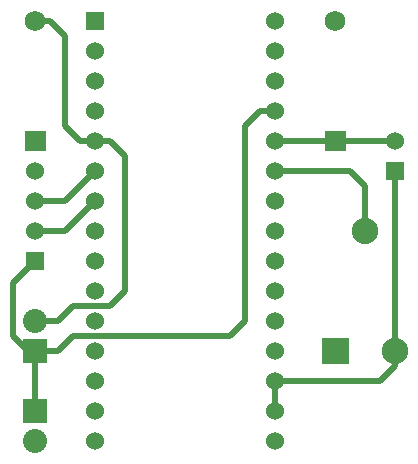
<source format=gbr>
G04 start of page 2 for group 0 idx 0 *
G04 Title: Controller, top *
G04 Creator: pcb 4.0.2 *
G04 CreationDate: Sun May 26 22:24:23 2019 UTC *
G04 For: luigi *
G04 Format: Gerber/RS-274X *
G04 PCB-Dimensions (mil): 1480.00 1600.00 *
G04 PCB-Coordinate-Origin: lower left *
%MOIN*%
%FSLAX25Y25*%
%LNTOP*%
%ADD19C,0.0400*%
%ADD18C,0.0280*%
%ADD17C,0.0380*%
%ADD16C,0.0800*%
%ADD15C,0.0882*%
%ADD14C,0.0001*%
%ADD13C,0.0600*%
%ADD12C,0.0680*%
%ADD11C,0.0200*%
G54D11*X22500Y50000D02*X27500Y55000D01*
X22500Y40000D02*X27500Y45000D01*
X15000Y20000D02*Y40000D01*
X27500Y55000D02*X40000D01*
X27500Y45000D02*X80000D01*
X85000Y50000D01*
Y115000D01*
X90000Y120000D01*
X95000D01*
Y20000D02*Y30000D01*
X130000D01*
X135000Y35000D01*
Y100000D01*
X95000Y110000D02*X135000D01*
X95000Y100000D02*X120000D01*
X125000Y95000D01*
Y80000D01*
X15000Y90000D02*X25000D01*
X35000Y100000D01*
X15000Y80000D02*X25000D01*
X35000Y90000D01*
X30000Y110000D02*X40000D01*
X30000D02*X25000Y115000D01*
Y145000D01*
X20000Y150000D01*
X15000D01*
Y50000D02*X22500D01*
X12500Y40000D02*X7500Y45000D01*
Y62500D01*
X15000Y70000D01*
X12500Y40000D02*X22500D01*
X40000Y55000D02*X45000Y60000D01*
Y105000D01*
X40000Y110000D01*
G54D12*X115000Y150000D03*
G54D13*X15000Y80000D03*
Y90000D03*
Y100000D03*
G54D14*G36*
X11600Y113400D02*Y106600D01*
X18400D01*
Y113400D01*
X11600D01*
G37*
G54D12*X15000Y150000D03*
G54D14*G36*
X32000Y153000D02*Y147000D01*
X38000D01*
Y153000D01*
X32000D01*
G37*
G54D13*X35000Y140000D03*
Y130000D03*
Y120000D03*
Y110000D03*
Y100000D03*
Y90000D03*
Y10000D03*
G54D15*X125000Y80000D03*
G54D14*G36*
X110590Y44410D02*Y35590D01*
X119410D01*
Y44410D01*
X110590D01*
G37*
G54D15*X135000Y40000D03*
G54D14*G36*
X111600Y113400D02*Y106600D01*
X118400D01*
Y113400D01*
X111600D01*
G37*
G36*
X132000Y103000D02*Y97000D01*
X138000D01*
Y103000D01*
X132000D01*
G37*
G54D13*X135000Y110000D03*
X95000Y40000D03*
Y50000D03*
Y60000D03*
Y70000D03*
Y80000D03*
Y90000D03*
Y100000D03*
Y110000D03*
Y120000D03*
Y130000D03*
Y140000D03*
Y150000D03*
Y10000D03*
Y20000D03*
Y30000D03*
G54D14*G36*
X11000Y24000D02*Y16000D01*
X19000D01*
Y24000D01*
X11000D01*
G37*
G36*
Y44000D02*Y36000D01*
X19000D01*
Y44000D01*
X11000D01*
G37*
G54D16*X15000Y50000D03*
Y10000D03*
G54D14*G36*
X12000Y73000D02*Y67000D01*
X18000D01*
Y73000D01*
X12000D01*
G37*
G54D13*X35000Y80000D03*
Y70000D03*
Y60000D03*
Y50000D03*
Y40000D03*
Y30000D03*
Y20000D03*
G54D17*G54D18*G54D19*G54D17*G54D18*G54D17*G54D18*M02*

</source>
